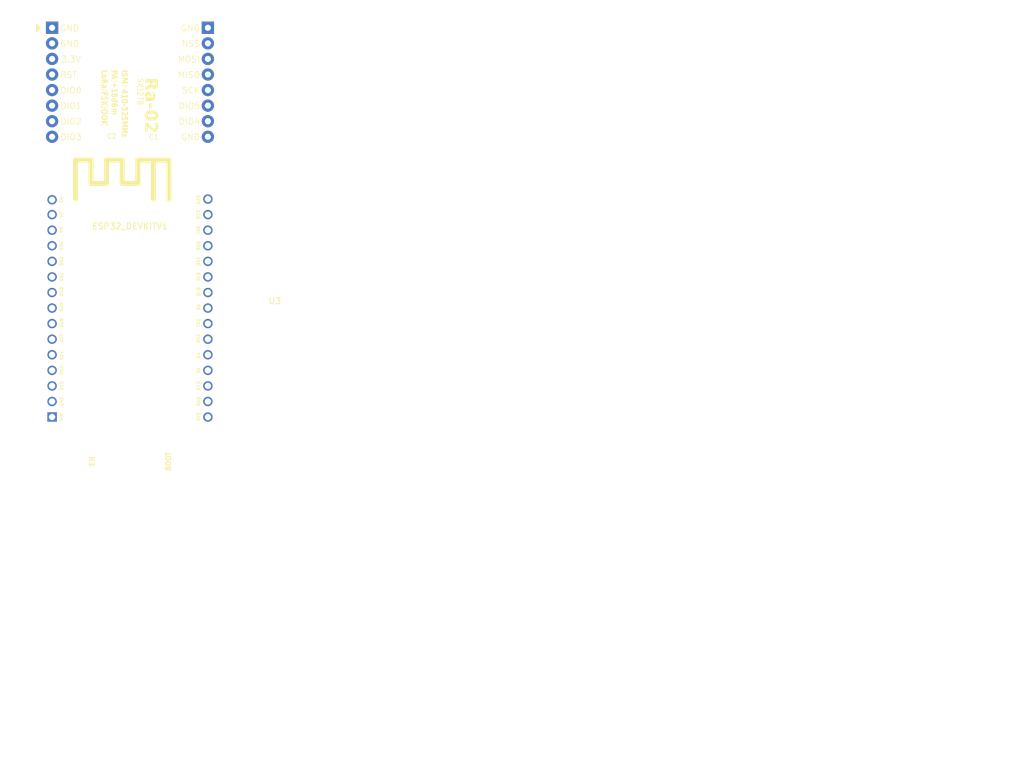
<source format=kicad_pcb>
(kicad_pcb (version 20221018) (generator pcbnew)
  (title_block (title "LoRa MQTT Gateway") (date "2024-05-29") (company "NED@L NETWORK Kft.") (comment 1 "Version: 0.1b") (comment 2 "Created by: Tápai Zoltán"))
  (layers (0 "F.Cu" signal) (31 "B.Cu" signal) (34 "B.Paste" user) (35 "F.Paste" user) (36 "B.SilkS" user "B.Silkscreen") (37 "F.SilkS" user "F.Silkscreen") (38 "B.Mask" user) (39 "F.Mask" user) (44 "Edge.Cuts" user))
  (net 0 "")
  (net 3 "Net-(U3-GPIO13)")
  (net 5 "Net-(U3-GPIO14)")
  (net 6 "Net-(U3-GPIO27)")
  (net 7 "Net-(U3-GPIO26)")
  (net 21 "Net-(U3-[SPI{slash}MISO]GPIO19)")
  (net 22 "Net-(U3-[SPI{slash}CLK]GPIO18)")
  (net 23 "Net-(U3-[SPI{slash}CS]GPIO5)")
  (net 26 "Net-(U3-GPIO4)")
  (net 29 "Net-(U3-GND-Pad29)")
  (net 30 "Net-(U3-3V3)")
  (footprint "ESP32_DEVKITV1:ESP32_DEVKITV1" (layer "F.Cu") (at 139.7 99.05)
    (fp_text reference "U3" (at 23.622 3.937) (layer "F.SilkS"))
    (fp_text value "ESP32_DEVKITV1" (at 0 -8.255) (layer "F.SilkS"))
    (fp_text user "D5" (at 11.176 4.953 90 unlocked) (layer "F.SilkS") (effects (font (size 0.5 0.5) (thickness 0.1))))
    (fp_text user "D27" (at -11.176 10.033 90 unlocked) (layer "F.SilkS") (effects (font (size 0.5 0.5) (thickness 0.1))))
    (fp_text user "GND" (at -11.176 20.32 90 unlocked) (layer "F.SilkS") (effects (font (size 0.5 0.5) (thickness 0.1))))
    (fp_text user "RX0" (at 11.176 -5.08 90 unlocked) (layer "F.SilkS") (effects (font (size 0.5 0.5) (thickness 0.1))))
    (fp_text user "D2" (at 11.176 15.24 90 unlocked) (layer "F.SilkS") (effects (font (size 0.5 0.5) (thickness 0.1))))
    (fp_text user "D13" (at -11.176 17.78 90 unlocked) (layer "F.SilkS") (effects (font (size 0.5 0.5) (thickness 0.1))))
    (fp_text user "D23" (at 11.176 -12.573 90 unlocked) (layer "F.SilkS") (effects (font (size 0.5 0.5) (thickness 0.1))))
    (fp_text user "D32" (at -11.176 0 90 unlocked) (layer "F.SilkS") (effects (font (size 0.5 0.5) (thickness 0.1))))
    (fp_text user "D22" (at 11.176 -10.16 90 unlocked) (layer "F.SilkS") (effects (font (size 0.5 0.5) (thickness 0.1))))
    (fp_text user "D19" (at 11.176 0 90 unlocked) (layer "F.SilkS") (effects (font (size 0.5 0.5) (thickness 0.1))))
    (fp_text user "BOOT" (at 6.731 31.75 90 unlocked) (layer "F.SilkS") (effects (font (size 0.8 0.8) (thickness 0.16) bold) (justify left bottom)))
    (fp_text user "RX2" (at 11.176 10.033 90 unlocked) (layer "F.SilkS") (effects (font (size 0.5 0.5) (thickness 0.1))))
    (fp_text user "VP" (at -11.176 -10.16 90 unlocked) (layer "F.SilkS") (effects (font (size 0.5 0.5) (thickness 0.1))))
    (fp_text user "D26" (at -11.176 7.493 90 unlocked) (layer "F.SilkS") (effects (font (size 0.5 0.5) (thickness 0.1))))
    (fp_text user "D18" (at 11.176 2.413 90 unlocked) (layer "F.SilkS") (effects (font (size 0.5 0.5) (thickness 0.1))))
    (fp_text user "EN" (at -11.176 -12.573 90 unlocked) (layer "F.SilkS") (effects (font (size 0.5 0.5) (thickness 0.1))))
    (fp_text user "D12" (at -11.176 15.24 90 unlocked) (layer "F.SilkS") (effects (font (size 0.5 0.5) (thickness 0.1))))
    (fp_text user "3V3" (at 11.176 22.86 90 unlocked) (layer "F.SilkS") (effects (font (size 0.5 0.5) (thickness 0.1))))
    (fp_text user "D4" (at 11.176 12.827 90 unlocked) (layer "F.SilkS") (effects (font (size 0.5 0.5) (thickness 0.1))))
    (fp_text user "VIN" (at -11.176 22.86 90 unlocked) (layer "F.SilkS") (effects (font (size 0.5 0.5) (thickness 0.1))))
    (fp_text user "TX0" (at 11.176 -7.62 90 unlocked) (layer "F.SilkS") (effects (font (size 0.5 0.5) (thickness 0.1))))
    (fp_text user "D14" (at -11.176 12.827 90 unlocked) (layer "F.SilkS") (effects (font (size 0.5 0.5) (thickness 0.1))))
    (fp_text user "D35" (at -11.176 -2.54 90 unlocked) (layer "F.SilkS") (effects (font (size 0.5 0.5) (thickness 0.1))))
    (fp_text user "TX2" (at 11.176 7.493 90 unlocked) (layer "F.SilkS") (effects (font (size 0.5 0.5) (thickness 0.1))))
    (fp_text user "D15" (at 11.176 17.78 90 unlocked) (layer "F.SilkS") (effects (font (size 0.5 0.5) (thickness 0.1))))
    (fp_text user "GND" (at 11.176 20.32 90 unlocked) (layer "F.SilkS") (effects (font (size 0.5 0.5) (thickness 0.1))))
    (fp_text user "D34" (at -11.176 -5.08 90 unlocked) (layer "F.SilkS") (effects (font (size 0.5 0.5) (thickness 0.1))))
    (fp_text user "EN" (at -5.715 30.988 90 unlocked) (layer "F.SilkS") (effects (font (size 0.8 0.8) (thickness 0.16) bold) (justify left bottom)))
    (fp_text user "D33" (at -11.176 2.413 90 unlocked) (layer "F.SilkS") (effects (font (size 0.5 0.5) (thickness 0.1))))
    (fp_text user "D21" (at 11.176 -2.54 90 unlocked) (layer "F.SilkS") (effects (font (size 0.5 0.5) (thickness 0.1))))
    (fp_text user "VN" (at -11.176 -7.62 90 unlocked) (layer "F.SilkS") (effects (font (size 0.5 0.5) (thickness 0.1))))
    (fp_text user "D25" (at -11.176 4.953 90 unlocked) (layer "F.SilkS") (effects (font (size 0.5 0.5) (thickness 0.1))))
    (fp_line (start -8.89 -19.05) (end -8.89 -12.7) (stroke (width 0.8)) (layer "F.SilkS"))
    (fp_line (start -6.35 -19.05) (end -8.89 -19.05) (stroke (width 0.8)) (layer "F.SilkS"))
    (fp_line (start -6.35 -15.24) (end -6.35 -19.05) (stroke (width 0.8)) (layer "F.SilkS"))
    (fp_line (start -3.81 -15.24) (end -6.35 -15.24) (stroke (width 0.8)) (layer "F.SilkS"))
    (fp_line (start -3.81 -15.24) (end -3.81 -19.05) (stroke (width 0.8)) (layer "F.SilkS"))
    (fp_line (start -1.27 -19.05) (end -3.81 -19.05) (stroke (width 0.8)) (layer "F.SilkS"))
    (fp_line (start -1.27 -15.24) (end -1.27 -19.05) (stroke (width 0.8)) (layer "F.SilkS"))
    (fp_line (start 1.27 -15.24) (end -1.27 -15.24) (stroke (width 0.8)) (layer "F.SilkS"))
    (fp_line (start 1.27 -15.24) (end 1.27 -19.05) (stroke (width 0.8)) (layer "F.SilkS"))
    (fp_line (start 3.81 -19.05) (end 3.81 -12.7) (stroke (width 0.8)) (layer "F.SilkS"))
    (fp_line (start 6.35 -19.05) (end 1.27 -19.05) (stroke (width 0.8)) (layer "F.SilkS"))
    (fp_line (start 6.35 -19.05) (end 6.35 -12.7) (stroke (width 0.8)) (layer "F.SilkS"))
    (pad "1" thru_hole rect (at -12.7 22.86) (size 1.53 1.53) (drill 1.02) (layers "*.Cu" "*.Mask"))
    (pad "2" thru_hole circle (at -12.7 20.33) (size 1.53 1.53) (drill 1.02) (layers "*.Cu" "*.Mask"))
    (pad "3" thru_hole circle (at -12.7 17.79) (size 1.53 1.53) (drill 1.02) (layers "*.Cu" "*.Mask") (net 3 "Net-(U3-GPIO13)"))
    (pad "4" thru_hole circle (at -12.7 15.25) (size 1.53 1.53) (drill 1.02) (layers "*.Cu" "*.Mask"))
    (pad "5" thru_hole circle (at -12.7 12.71) (size 1.53 1.53) (drill 1.02) (layers "*.Cu" "*.Mask") (net 5 "Net-(U3-GPIO14)"))
    (pad "6" thru_hole circle (at -12.7 10.17) (size 1.53 1.53) (drill 1.02) (layers "*.Cu" "*.Mask") (net 6 "Net-(U3-GPIO27)"))
    (pad "7" thru_hole circle (at -12.7 7.63) (size 1.53 1.53) (drill 1.02) (layers "*.Cu" "*.Mask") (net 7 "Net-(U3-GPIO26)"))
    (pad "8" thru_hole circle (at -12.7 5.09) (size 1.53 1.53) (drill 1.02) (layers "*.Cu" "*.Mask"))
    (pad "9" thru_hole circle (at -12.7 2.55) (size 1.53 1.53) (drill 1.02) (layers "*.Cu" "*.Mask"))
    (pad "10" thru_hole circle (at -12.7 0.01) (size 1.53 1.53) (drill 1.02) (layers "*.Cu" "*.Mask"))
    (pad "11" thru_hole circle (at -12.7 -2.53) (size 1.53 1.53) (drill 1.02) (layers "*.Cu" "*.Mask"))
    (pad "12" thru_hole circle (at -12.7 -5.07) (size 1.53 1.53) (drill 1.02) (layers "*.Cu" "*.Mask"))
    (pad "13" thru_hole circle (at -12.7 -7.61) (size 1.53 1.53) (drill 1.02) (layers "*.Cu" "*.Mask"))
    (pad "14" thru_hole circle (at -12.7 -10.15) (size 1.53 1.53) (drill 1.02) (layers "*.Cu" "*.Mask"))
    (pad "15" thru_hole circle (at -12.7 -12.573) (size 1.53 1.53) (drill 1.02) (layers "*.Cu" "*.Mask"))
    (pad "16" thru_hole circle (at 12.7 -12.69) (size 1.53 1.53) (drill 1.02) (layers "*.Cu" "*.Mask"))
    (pad "17" thru_hole circle (at 12.7 -10.15) (size 1.53 1.53) (drill 1.02) (layers "*.Cu" "*.Mask"))
    (pad "18" thru_hole circle (at 12.7 -7.61) (size 1.53 1.53) (drill 1.02) (layers "*.Cu" "*.Mask"))
    (pad "19" thru_hole circle (at 12.7 -5.07) (size 1.53 1.53) (drill 1.02) (layers "*.Cu" "*.Mask"))
    (pad "20" thru_hole circle (at 12.7 -2.53) (size 1.53 1.53) (drill 1.02) (layers "*.Cu" "*.Mask"))
    (pad "21" thru_hole circle (at 12.7 0.01) (size 1.53 1.53) (drill 1.02) (layers "*.Cu" "*.Mask") (net 21 "Net-(U3-[SPI{slash}MISO]GPIO19)"))
    (pad "22" thru_hole circle (at 12.7 2.55) (size 1.53 1.53) (drill 1.02) (layers "*.Cu" "*.Mask") (net 22 "Net-(U3-[SPI{slash}CLK]GPIO18)"))
    (pad "23" thru_hole circle (at 12.7 5.09) (size 1.53 1.53) (drill 1.02) (layers "*.Cu" "*.Mask") (net 23 "Net-(U3-[SPI{slash}CS]GPIO5)"))
    (pad "24" thru_hole circle (at 12.7 7.63) (size 1.53 1.53) (drill 1.02) (layers "*.Cu" "*.Mask"))
    (pad "25" thru_hole circle (at 12.7 10.17) (size 1.53 1.53) (drill 1.02) (layers "*.Cu" "*.Mask"))
    (pad "26" thru_hole circle (at 12.7 12.71) (size 1.53 1.53) (drill 1.02) (layers "*.Cu" "*.Mask") (net 26 "Net-(U3-GPIO4)"))
    (pad "27" thru_hole circle (at 12.7 15.25) (size 1.53 1.53) (drill 1.02) (layers "*.Cu" "*.Mask"))
    (pad "28" thru_hole circle (at 12.7 17.79) (size 1.53 1.53) (drill 1.02) (layers "*.Cu" "*.Mask"))
    (pad "29" thru_hole circle (at 12.7 20.33) (size 1.53 1.53) (drill 1.02) (layers "*.Cu" "*.Mask") (net 29 "Net-(U3-GND-Pad29)"))
    (pad "30" thru_hole circle (at 12.7 22.87) (size 1.53 1.53) (drill 1.02) (layers "*.Cu" "*.Mask") (net 30 "Net-(U3-3V3)"))
  )
  (footprint "Ai-Thinker-Ra-02-LoRa:Ai-Thinker-Ra-02-LoRa_revA" (layer "F.Cu") (at 127 58.42)
    (fp_text reference "U4" hide)
    (fp_text value "Ai-Thinker-Ra-02-LoRa_revA" hide)
    (fp_text user "SX1278" (at 13.716 8.255 270 unlocked) (layer "F.SilkS") (effects (font (size 1 0.8) (thickness 0.1)) (justify left bottom)))
    (fp_text user "DIO0" (at 1.27 10.795 unlocked) (layer "F.SilkS") (effects (font (thickness 0.1)) (justify left bottom)))
    (fp_text user "ISM: 410-525MHz" (at 11.176 6.858 270 unlocked) (layer "F.SilkS") (effects (font (size 1 0.8) (thickness 0.2) bold) (justify left bottom)))
    (fp_text user "NSS" (at 21.082 3.175 unlocked) (layer "F.SilkS") (effects (font (thickness 0.1)) (justify left bottom)))
    (fp_text user "3.3V" (at 1.397 5.715 unlocked) (layer "F.SilkS") (effects (font (thickness 0.1)) (justify left bottom)))
    (fp_text user "LoRa/FSK/OOK" (at 7.874 6.858 270 unlocked) (layer "F.SilkS") (effects (font (size 1 0.8) (thickness 0.2) bold) (justify left bottom)))
    (fp_text user "C2" (at 8.89 18.161 unlocked) (layer "F.SilkS") (effects (font (size 0.8 0.8) (thickness 0.1)) (justify left bottom)))
    (fp_text user "DIO2" (at 1.27 15.875 unlocked) (layer "F.SilkS") (effects (font (thickness 0.1)) (justify left bottom)))
    (fp_text user "GND" (at 20.955 18.415 unlocked) (layer "F.SilkS") (effects (font (thickness 0.1)) (justify left bottom)))
    (fp_text user "RST" (at 1.27 8.255 unlocked) (layer "F.SilkS") (effects (font (thickness 0.1)) (justify left bottom)))
    (fp_text user "PA:+18dBm" (at 9.525 6.858 270 unlocked) (layer "F.SilkS") (effects (font (size 1 0.8) (thickness 0.2) bold) (justify left bottom)))
    (fp_text user "MISO" (at 20.447 8.255 unlocked) (layer "F.SilkS") (effects (font (thickness 0.1)) (justify left bottom)))
    (fp_text user "C1" (at 15.748 18.288 unlocked) (layer "F.SilkS") (effects (font (size 0.8 0.8) (thickness 0.1)) (justify left bottom)))
    (fp_text user "GND" (at 1.27 0.635 unlocked) (layer "F.SilkS") (effects (font (thickness 0.1)) (justify left bottom)))
    (fp_text user "Ra-02" (at 14.859 8.128 270 unlocked) (layer "F.SilkS") (effects (font (size 2 2) (thickness 0.4) bold) (justify left bottom)))
    (fp_text user "SCK" (at 21.082 10.795 unlocked) (layer "F.SilkS") (effects (font (thickness 0.1)) (justify left bottom)))
    (fp_text user "GND" (at 20.955 0.635 unlocked) (layer "F.SilkS") (effects (font (thickness 0.1)) (justify left bottom)))
    (fp_text user "DIO3" (at 1.27 18.415 unlocked) (layer "F.SilkS") (effects (font (thickness 0.1)) (justify left bottom)))
    (fp_text user "DIO5" (at 20.574 13.335 unlocked) (layer "F.SilkS") (effects (font (thickness 0.1)) (justify left bottom)))
    (fp_text user "DIO1" (at 1.27 13.335 unlocked) (layer "F.SilkS") (effects (font (thickness 0.1)) (justify left bottom)))
    (fp_text user "MOSI" (at 20.447 5.715 unlocked) (layer "F.SilkS") (effects (font (thickness 0.1)) (justify left bottom)))
    (fp_text user "DIO4" (at 20.574 15.875 unlocked) (layer "F.SilkS") (effects (font (thickness 0.1)) (justify left bottom)))
    (fp_text user "GND" (at 1.27 3.175 unlocked) (layer "F.SilkS") (effects (font (thickness 0.1)) (justify left bottom)))
    (fp_poly (pts (xy -2.54 -0.635) (xy -2.54 0.635) (xy -1.905 0)) (stroke (width 0.15)) (fill solid) (layer "F.SilkS"))
    (pad "1" thru_hole rect (at 0 0) (size 2 2) (drill 1) (layers "*.Cu" "*.Mask") (net 29 "Net-(U3-GND-Pad29)"))
    (pad "2" thru_hole circle (at 0 2.54) (size 2 2) (drill 1) (layers "*.Cu" "*.Mask") (net 29 "Net-(U3-GND-Pad29)"))
    (pad "3" thru_hole circle (at 0 5.08) (size 2 2) (drill 1) (layers "*.Cu" "*.Mask") (net 30 "Net-(U3-3V3)"))
    (pad "4" thru_hole circle (at 0 7.62) (size 2 2) (drill 1) (layers "*.Cu" "*.Mask") (net 5 "Net-(U3-GPIO14)"))
    (pad "5" thru_hole circle (at 0 10.16) (size 2 2) (drill 1) (layers "*.Cu" "*.Mask") (net 7 "Net-(U3-GPIO26)"))
    (pad "6" thru_hole circle (at 0 12.7) (size 2 2) (drill 1) (layers "*.Cu" "*.Mask") (net 3 "Net-(U3-GPIO13)"))
    (pad "7" thru_hole circle (at 0 15.24) (size 2 2) (drill 1) (layers "*.Cu" "*.Mask") (net 26 "Net-(U3-GPIO4)"))
    (pad "8" thru_hole circle (at 0 17.78) (size 2 2) (drill 1) (layers "*.Cu" "*.Mask"))
    (pad "9" thru_hole circle (at 25.4 17.78) (size 2 2) (drill 1) (layers "*.Cu" "*.Mask") (net 29 "Net-(U3-GND-Pad29)"))
    (pad "10" thru_hole circle (at 25.4 15.24) (size 2 2) (drill 1) (layers "*.Cu" "*.Mask"))
    (pad "11" thru_hole circle (at 25.4 12.7) (size 2 2) (drill 1) (layers "*.Cu" "*.Mask"))
    (pad "12" thru_hole circle (at 25.4 10.16) (size 2 2) (drill 1) (layers "*.Cu" "*.Mask") (net 23 "Net-(U3-[SPI{slash}CS]GPIO5)"))
    (pad "13" thru_hole circle (at 25.4 7.62) (size 2 2) (drill 1) (layers "*.Cu" "*.Mask") (net 21 "Net-(U3-[SPI{slash}MISO]GPIO19)"))
    (pad "14" thru_hole circle (at 25.4 5.08) (size 2 2) (drill 1) (layers "*.Cu" "*.Mask") (net 6 "Net-(U3-GPIO27)"))
    (pad "15" thru_hole circle (at 25.4 2.54) (size 2 2) (drill 1) (layers "*.Cu" "*.Mask") (net 22 "Net-(U3-[SPI{slash}CLK]GPIO18)"))
    (pad "16" thru_hole rect (at 25.4 0) (size 2 2) (drill 1) (layers "*.Cu" "*.Mask") (net 29 "Net-(U3-GND-Pad29)"))
  )
)
</source>
